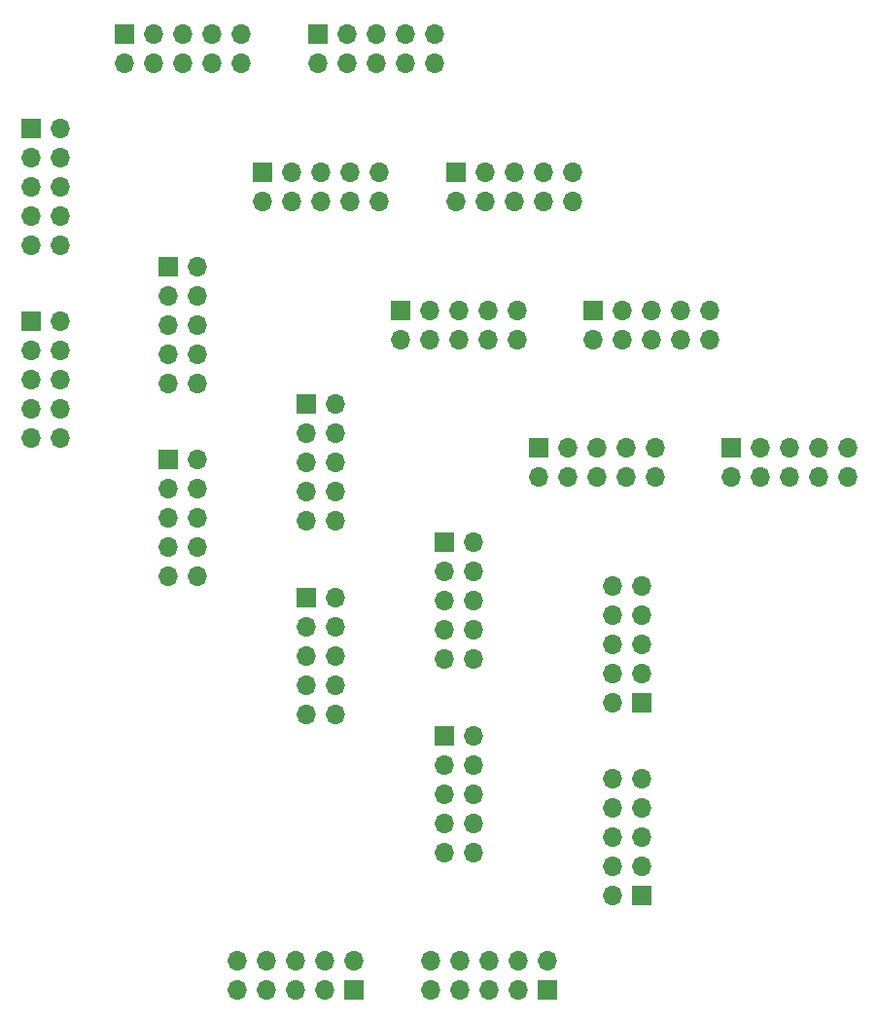
<source format=gbr>
G04 #@! TF.GenerationSoftware,KiCad,Pcbnew,5.1.5-52549c5~84~ubuntu16.04.1*
G04 #@! TF.CreationDate,2020-01-12T22:05:50-08:00*
G04 #@! TF.ProjectId,output.panelized,6f757470-7574-42e7-9061-6e656c697a65,rev?*
G04 #@! TF.SameCoordinates,PX8e95450PY5aa2c88*
G04 #@! TF.FileFunction,Copper,L2,Bot*
G04 #@! TF.FilePolarity,Positive*
%FSLAX46Y46*%
G04 Gerber Fmt 4.6, Leading zero omitted, Abs format (unit mm)*
G04 Created by KiCad (PCBNEW 5.1.5-52549c5~84~ubuntu16.04.1) date 2020-01-12 22:05:50*
%MOMM*%
%LPD*%
G04 APERTURE LIST*
%ADD10R,1.700000X1.700000*%
%ADD11O,1.700000X1.700000*%
G04 APERTURE END LIST*
D10*
X-127690800Y69961400D03*
D11*
X-125150800Y69961400D03*
X-127690800Y67421400D03*
X-125150800Y67421400D03*
X-127690800Y64881400D03*
X-125150800Y64881400D03*
X-127690800Y62341400D03*
X-125150800Y62341400D03*
X-127690800Y59801400D03*
X-125150800Y59801400D03*
D10*
X-119490800Y78161400D03*
D11*
X-119490800Y75621400D03*
X-116950800Y78161400D03*
X-116950800Y75621400D03*
X-114410800Y78161400D03*
X-114410800Y75621400D03*
X-111870800Y78161400D03*
X-111870800Y75621400D03*
X-109330800Y78161400D03*
X-109330800Y75621400D03*
X-92530800Y75621400D03*
X-92530800Y78161400D03*
X-95070800Y75621400D03*
X-95070800Y78161400D03*
X-97610800Y75621400D03*
X-97610800Y78161400D03*
X-100150800Y75621400D03*
X-100150800Y78161400D03*
X-102690800Y75621400D03*
D10*
X-102690800Y78161400D03*
D11*
X-125150800Y43001400D03*
X-127690800Y43001400D03*
X-125150800Y45541400D03*
X-127690800Y45541400D03*
X-125150800Y48081400D03*
X-127690800Y48081400D03*
X-125150800Y50621400D03*
X-127690800Y50621400D03*
X-125150800Y53161400D03*
D10*
X-127690800Y53161400D03*
X-115690800Y57961400D03*
D11*
X-113150800Y57961400D03*
X-115690800Y55421400D03*
X-113150800Y55421400D03*
X-115690800Y52881400D03*
X-113150800Y52881400D03*
X-115690800Y50341400D03*
X-113150800Y50341400D03*
X-115690800Y47801400D03*
X-113150800Y47801400D03*
D10*
X-107490800Y66161400D03*
D11*
X-107490800Y63621400D03*
X-104950800Y66161400D03*
X-104950800Y63621400D03*
X-102410800Y66161400D03*
X-102410800Y63621400D03*
X-99870800Y66161400D03*
X-99870800Y63621400D03*
X-97330800Y66161400D03*
X-97330800Y63621400D03*
X-80530800Y63621400D03*
X-80530800Y66161400D03*
X-83070800Y63621400D03*
X-83070800Y66161400D03*
X-85610800Y63621400D03*
X-85610800Y66161400D03*
X-88150800Y63621400D03*
X-88150800Y66161400D03*
X-90690800Y63621400D03*
D10*
X-90690800Y66161400D03*
D11*
X-113150800Y31001400D03*
X-115690800Y31001400D03*
X-113150800Y33541400D03*
X-115690800Y33541400D03*
X-113150800Y36081400D03*
X-115690800Y36081400D03*
X-113150800Y38621400D03*
X-115690800Y38621400D03*
X-113150800Y41161400D03*
D10*
X-115690800Y41161400D03*
X-103690800Y45961400D03*
D11*
X-101150800Y45961400D03*
X-103690800Y43421400D03*
X-101150800Y43421400D03*
X-103690800Y40881400D03*
X-101150800Y40881400D03*
X-103690800Y38341400D03*
X-101150800Y38341400D03*
X-103690800Y35801400D03*
X-101150800Y35801400D03*
D10*
X-95490800Y54161400D03*
D11*
X-95490800Y51621400D03*
X-92950800Y54161400D03*
X-92950800Y51621400D03*
X-90410800Y54161400D03*
X-90410800Y51621400D03*
X-87870800Y54161400D03*
X-87870800Y51621400D03*
X-85330800Y54161400D03*
X-85330800Y51621400D03*
X-68530800Y51621400D03*
X-68530800Y54161400D03*
X-71070800Y51621400D03*
X-71070800Y54161400D03*
X-73610800Y51621400D03*
X-73610800Y54161400D03*
X-76150800Y51621400D03*
X-76150800Y54161400D03*
X-78690800Y51621400D03*
D10*
X-78690800Y54161400D03*
D11*
X-101150800Y19001400D03*
X-103690800Y19001400D03*
X-101150800Y21541400D03*
X-103690800Y21541400D03*
X-101150800Y24081400D03*
X-103690800Y24081400D03*
X-101150800Y26621400D03*
X-103690800Y26621400D03*
X-101150800Y29161400D03*
D10*
X-103690800Y29161400D03*
X-91690800Y33961400D03*
D11*
X-89150800Y33961400D03*
X-91690800Y31421400D03*
X-89150800Y31421400D03*
X-91690800Y28881400D03*
X-89150800Y28881400D03*
X-91690800Y26341400D03*
X-89150800Y26341400D03*
X-91690800Y23801400D03*
X-89150800Y23801400D03*
D10*
X-83490800Y42161400D03*
D11*
X-83490800Y39621400D03*
X-80950800Y42161400D03*
X-80950800Y39621400D03*
X-78410800Y42161400D03*
X-78410800Y39621400D03*
X-75870800Y42161400D03*
X-75870800Y39621400D03*
X-73330800Y42161400D03*
X-73330800Y39621400D03*
X-56530800Y39621400D03*
X-56530800Y42161400D03*
X-59070800Y39621400D03*
X-59070800Y42161400D03*
X-61610800Y39621400D03*
X-61610800Y42161400D03*
X-64150800Y39621400D03*
X-64150800Y42161400D03*
X-66690800Y39621400D03*
D10*
X-66690800Y42161400D03*
D11*
X-89150800Y7001400D03*
X-91690800Y7001400D03*
X-89150800Y9541400D03*
X-91690800Y9541400D03*
X-89150800Y12081400D03*
X-91690800Y12081400D03*
X-89150800Y14621400D03*
X-91690800Y14621400D03*
X-89150800Y17161400D03*
D10*
X-91690800Y17161400D03*
X-74509200Y3238600D03*
D11*
X-77049200Y3238600D03*
X-74509200Y5778600D03*
X-77049200Y5778600D03*
X-74509200Y8318600D03*
X-77049200Y8318600D03*
X-74509200Y10858600D03*
X-77049200Y10858600D03*
X-74509200Y13398600D03*
X-77049200Y13398600D03*
D10*
X-82709200Y-4961400D03*
D11*
X-82709200Y-2421400D03*
X-85249200Y-4961400D03*
X-85249200Y-2421400D03*
X-87789200Y-4961400D03*
X-87789200Y-2421400D03*
X-90329200Y-4961400D03*
X-90329200Y-2421400D03*
X-92869200Y-4961400D03*
X-92869200Y-2421400D03*
X-109669200Y-2421400D03*
X-109669200Y-4961400D03*
X-107129200Y-2421400D03*
X-107129200Y-4961400D03*
X-104589200Y-2421400D03*
X-104589200Y-4961400D03*
X-102049200Y-2421400D03*
X-102049200Y-4961400D03*
X-99509200Y-2421400D03*
D10*
X-99509200Y-4961400D03*
D11*
X-77049200Y30198600D03*
X-74509200Y30198600D03*
X-77049200Y27658600D03*
X-74509200Y27658600D03*
X-77049200Y25118600D03*
X-74509200Y25118600D03*
X-77049200Y22578600D03*
X-74509200Y22578600D03*
X-77049200Y20038600D03*
D10*
X-74509200Y20038600D03*
M02*

</source>
